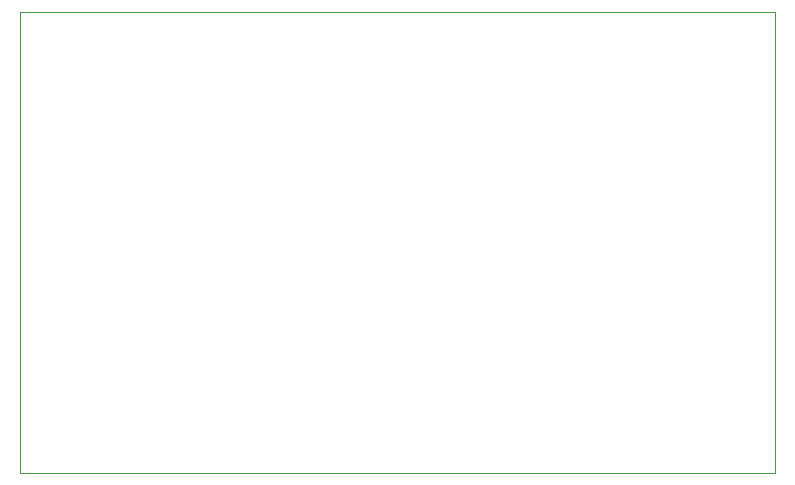
<source format=gm1>
%TF.GenerationSoftware,KiCad,Pcbnew,(6.0.5)*%
%TF.CreationDate,2022-05-25T19:28:13+08:00*%
%TF.ProjectId,uinio,75696e69-6f2e-46b6-9963-61645f706362,rev?*%
%TF.SameCoordinates,Original*%
%TF.FileFunction,Profile,NP*%
%FSLAX46Y46*%
G04 Gerber Fmt 4.6, Leading zero omitted, Abs format (unit mm)*
G04 Created by KiCad (PCBNEW (6.0.5)) date 2022-05-25 19:28:13*
%MOMM*%
%LPD*%
G01*
G04 APERTURE LIST*
%TA.AperFunction,Profile*%
%ADD10C,0.100000*%
%TD*%
G04 APERTURE END LIST*
D10*
X131000000Y-60500000D02*
X195000000Y-60500000D01*
X195000000Y-60500000D02*
X195000000Y-99500000D01*
X195000000Y-99500000D02*
X131000000Y-99500000D01*
X131000000Y-99500000D02*
X131000000Y-60500000D01*
M02*

</source>
